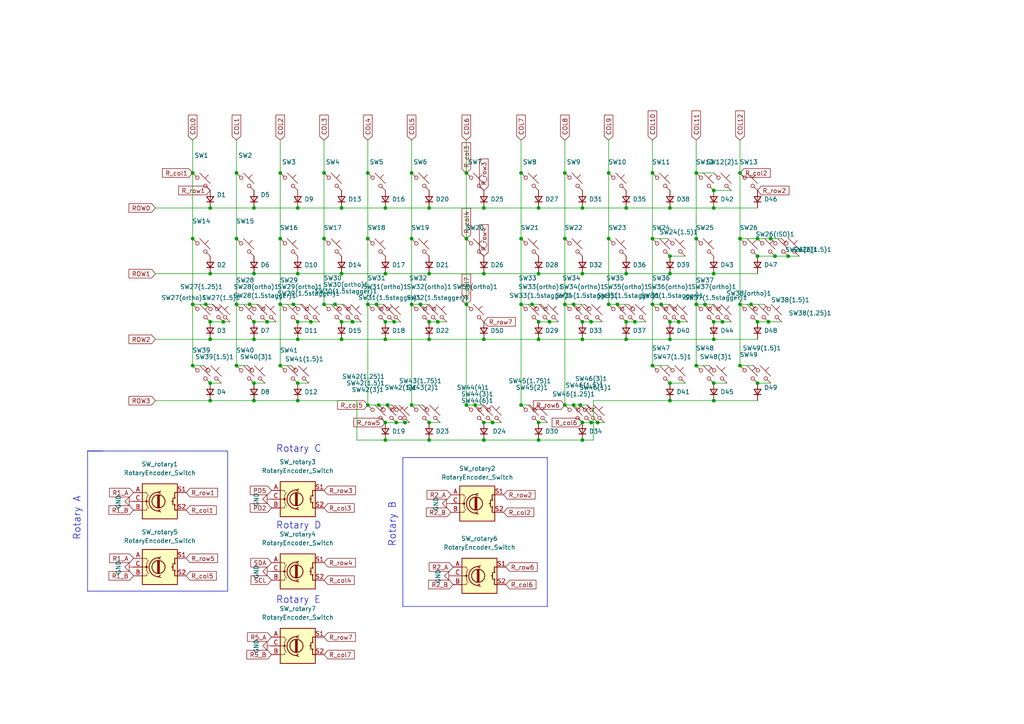
<source format=kicad_sch>
(kicad_sch (version 20230121) (generator eeschema)
  (paper "A4")
  (junction (at 59.69 88.265))
  (junction (at 111.76 60.325))
  (junction (at 156.21 60.325))
  (junction (at 214.63 106.045))
  (junction (at 223.52 69.215))
  (junction (at 219.71 74.295))
  (junction (at 168.91 127.635))
  (junction (at 201.93 50.165))
  (junction (at 121.92 88.265))
  (junction (at 194.31 98.425))
  (junction (at 214.63 88.265))
  (junction (at 86.36 60.325))
  (junction (at 119.38 50.165))
  (junction (at 219.71 93.345))
  (junction (at 111.76 98.425))
  (junction (at 106.68 88.265))
  (junction (at 194.31 116.205))
  (junction (at 181.61 60.325))
  (junction (at 207.01 116.205))
  (junction (at 68.58 88.265))
  (junction (at 99.06 93.345))
  (junction (at 214.63 50.165))
  (junction (at 166.37 117.475))
  (junction (at 207.01 60.325))
  (junction (at 73.66 93.345))
  (junction (at 189.23 106.045))
  (junction (at 194.31 93.345))
  (junction (at 181.61 93.345))
  (junction (at 140.335 98.425))
  (junction (at 81.28 50.165))
  (junction (at 163.83 117.475))
  (junction (at 156.21 98.425))
  (junction (at 86.36 111.125))
  (junction (at 176.53 69.215))
  (junction (at 154.305 88.265))
  (junction (at 60.96 98.425))
  (junction (at 124.46 122.555))
  (junction (at 124.46 93.345))
  (junction (at 156.21 127.635))
  (junction (at 73.66 116.205))
  (junction (at 119.38 117.475))
  (junction (at 194.31 111.125))
  (junction (at 156.21 122.555))
  (junction (at 135.255 50.165))
  (junction (at 181.61 79.375))
  (junction (at 64.77 93.345))
  (junction (at 99.06 60.325))
  (junction (at 184.15 93.345))
  (junction (at 151.13 50.165))
  (junction (at 168.91 60.325))
  (junction (at 93.98 69.215))
  (junction (at 73.66 79.375))
  (junction (at 171.45 122.555))
  (junction (at 173.355 122.555))
  (junction (at 217.805 88.265))
  (junction (at 55.88 50.165))
  (junction (at 181.61 98.425))
  (junction (at 112.395 117.475))
  (junction (at 81.28 69.215))
  (junction (at 68.58 69.215))
  (junction (at 163.83 69.215))
  (junction (at 207.01 93.345))
  (junction (at 171.45 93.345))
  (junction (at 207.01 111.125))
  (junction (at 114.3 93.345))
  (junction (at 135.255 69.215))
  (junction (at 93.98 50.165))
  (junction (at 214.63 69.215))
  (junction (at 55.88 69.215))
  (junction (at 222.885 93.345))
  (junction (at 151.13 69.215))
  (junction (at 168.275 117.475))
  (junction (at 140.335 122.555))
  (junction (at 68.58 106.045))
  (junction (at 176.53 88.265))
  (junction (at 73.66 111.125))
  (junction (at 168.91 93.345))
  (junction (at 124.46 127.635))
  (junction (at 166.37 88.265))
  (junction (at 196.85 93.345))
  (junction (at 207.01 55.245))
  (junction (at 159.385 93.345))
  (junction (at 97.155 88.265))
  (junction (at 124.46 60.325))
  (junction (at 81.28 106.045))
  (junction (at 60.96 111.125))
  (junction (at 111.76 93.345))
  (junction (at 73.66 98.425))
  (junction (at 168.91 79.375))
  (junction (at 86.36 79.375))
  (junction (at 140.335 127.635))
  (junction (at 151.13 88.265))
  (junction (at 189.23 50.165))
  (junction (at 124.46 79.375))
  (junction (at 99.06 98.425))
  (junction (at 90.17 93.345))
  (junction (at 194.31 79.375))
  (junction (at 114.935 122.555))
  (junction (at 109.855 117.475))
  (junction (at 142.875 122.555))
  (junction (at 102.235 93.345))
  (junction (at 86.36 116.205))
  (junction (at 73.66 60.325))
  (junction (at 72.39 88.265))
  (junction (at 140.335 79.375))
  (junction (at 99.06 79.375))
  (junction (at 194.31 74.295))
  (junction (at 111.76 127.635))
  (junction (at 55.88 106.045))
  (junction (at 156.21 79.375))
  (junction (at 219.71 111.125))
  (junction (at 111.76 122.555))
  (junction (at 117.475 122.555))
  (junction (at 201.93 88.265))
  (junction (at 106.68 117.475))
  (junction (at 163.83 88.265))
  (junction (at 207.01 98.425))
  (junction (at 201.93 106.045))
  (junction (at 119.38 69.215))
  (junction (at 219.71 69.215))
  (junction (at 189.23 88.265))
  (junction (at 228.6 74.295))
  (junction (at 86.36 93.345))
  (junction (at 119.38 88.265))
  (junction (at 179.07 88.265))
  (junction (at 106.68 50.165))
  (junction (at 194.31 60.325))
  (junction (at 60.96 93.345))
  (junction (at 124.46 98.425))
  (junction (at 209.55 93.345))
  (junction (at 55.88 88.265))
  (junction (at 140.335 60.325))
  (junction (at 68.58 50.165))
  (junction (at 189.23 69.215))
  (junction (at 60.96 79.375))
  (junction (at 137.795 117.475))
  (junction (at 204.47 88.265))
  (junction (at 168.91 122.555))
  (junction (at 224.79 74.295))
  (junction (at 135.255 88.265))
  (junction (at 93.98 88.265))
  (junction (at 163.83 50.165))
  (junction (at 168.91 98.425))
  (junction (at 106.68 69.215))
  (junction (at 191.77 88.265))
  (junction (at 60.96 116.205))
  (junction (at 77.47 93.345))
  (junction (at 85.09 88.265))
  (junction (at 201.93 69.215))
  (junction (at 81.28 88.265))
  (junction (at 151.13 117.475))
  (junction (at 135.255 117.475))
  (junction (at 111.76 79.375))
  (junction (at 176.53 50.165))
  (junction (at 156.21 93.345))
  (junction (at 127 93.345))
  (junction (at 60.96 60.325))
  (junction (at 207.01 79.375))
  (junction (at 109.22 88.265))
  (junction (at 86.36 98.425))
  (wire (pts (xy 181.61 60.325) (xy 194.31 60.325)))
  (wire (pts (xy 214.63 69.215) (xy 214.63 50.165)))
  (wire (pts (xy 194.31 79.375) (xy 181.61 79.375)))
  (wire (pts (xy 72.39 88.265) (xy 74.93 88.265)))
  (wire (pts (xy 68.58 69.215) (xy 68.58 88.265)))
  (wire (pts (xy 73.66 98.425) (xy 60.96 98.425)))
  (wire (pts (xy 196.85 93.345) (xy 194.31 93.345)))
  (polyline (pts (xy 158.75 175.895) (xy 158.75 132.715)))
  (wire (pts (xy 168.275 117.475) (xy 166.37 117.475)))
  (wire (pts (xy 156.845 88.265) (xy 154.305 88.265)))
  (wire (pts (xy 81.28 69.215) (xy 81.28 88.265)))
  (wire (pts (xy 193.675 106.045) (xy 189.23 106.045)))
  (wire (pts (xy 187.325 93.345) (xy 184.15 93.345)))
  (wire (pts (xy 111.125 88.265) (xy 109.22 88.265)))
  (wire (pts (xy 166.37 117.475) (xy 163.83 117.475)))
  (wire (pts (xy 184.15 93.345) (xy 181.61 93.345)))
  (wire (pts (xy 214.63 50.165) (xy 214.63 40.64)))
  (wire (pts (xy 99.695 88.265) (xy 97.155 88.265)))
  (wire (pts (xy 116.205 93.345) (xy 114.3 93.345)))
  (wire (pts (xy 163.83 88.265) (xy 163.83 69.215)))
  (wire (pts (xy 151.13 88.265) (xy 151.13 69.215)))
  (wire (pts (xy 77.47 93.345) (xy 73.66 93.345)))
  (wire (pts (xy 166.37 88.265) (xy 163.83 88.265)))
  (wire (pts (xy 207.01 79.375) (xy 194.31 79.375)))
  (wire (pts (xy 124.46 127.635) (xy 140.335 127.635)))
  (wire (pts (xy 176.53 88.265) (xy 176.53 69.215)))
  (wire (pts (xy 71.755 106.045) (xy 68.58 106.045)))
  (wire (pts (xy 68.58 40.64) (xy 68.58 50.165)))
  (wire (pts (xy 137.795 117.475) (xy 135.255 117.475)))
  (wire (pts (xy 201.93 88.265) (xy 201.93 69.215)))
  (wire (pts (xy 169.545 88.265) (xy 166.37 88.265)))
  (wire (pts (xy 168.91 60.325) (xy 181.61 60.325)))
  (wire (pts (xy 173.355 122.555) (xy 175.26 122.555)))
  (wire (pts (xy 207.01 60.325) (xy 219.71 60.325)))
  (wire (pts (xy 59.055 106.045) (xy 55.88 106.045)))
  (wire (pts (xy 207.01 116.205) (xy 219.71 116.205)))
  (polyline (pts (xy 25.4 171.45) (xy 25.4 130.81)))
  (wire (pts (xy 73.66 116.205) (xy 86.36 116.205)))
  (wire (pts (xy 140.335 117.475) (xy 137.795 117.475)))
  (wire (pts (xy 228.6 74.295) (xy 231.775 74.295)))
  (wire (pts (xy 106.68 50.165) (xy 106.68 40.64)))
  (wire (pts (xy 112.395 117.475) (xy 113.665 117.475)))
  (wire (pts (xy 111.76 127.635) (xy 124.46 127.635)))
  (wire (pts (xy 209.55 93.345) (xy 207.01 93.345)))
  (wire (pts (xy 61.595 88.265) (xy 59.69 88.265)))
  (wire (pts (xy 228.6 74.295) (xy 224.79 74.295)))
  (wire (pts (xy 207.01 88.265) (xy 204.47 88.265)))
  (wire (pts (xy 109.855 117.475) (xy 106.68 117.475)))
  (wire (pts (xy 106.68 88.265) (xy 106.68 69.215)))
  (wire (pts (xy 168.91 98.425) (xy 156.21 98.425)))
  (wire (pts (xy 89.535 111.125) (xy 86.36 111.125)))
  (wire (pts (xy 140.335 98.425) (xy 124.46 98.425)))
  (wire (pts (xy 194.31 98.425) (xy 181.61 98.425)))
  (wire (pts (xy 117.475 122.555) (xy 114.935 122.555)))
  (wire (pts (xy 198.755 74.295) (xy 194.31 74.295)))
  (wire (pts (xy 151.13 117.475) (xy 151.13 88.265)))
  (wire (pts (xy 204.47 88.265) (xy 201.93 88.265)))
  (wire (pts (xy 93.98 50.165) (xy 93.98 40.64)))
  (wire (pts (xy 156.21 127.635) (xy 168.91 127.635)))
  (polyline (pts (xy 158.75 132.715) (xy 116.84 132.715)))
  (wire (pts (xy 66.675 93.345) (xy 64.77 93.345)))
  (wire (pts (xy 90.17 93.345) (xy 86.36 93.345)))
  (wire (pts (xy 127.635 122.555) (xy 124.46 122.555)))
  (wire (pts (xy 114.3 93.345) (xy 111.76 93.345)))
  (wire (pts (xy 84.455 106.045) (xy 81.28 106.045)))
  (wire (pts (xy 163.83 50.165) (xy 163.83 40.64)))
  (wire (pts (xy 214.63 106.045) (xy 218.44 106.045)))
  (wire (pts (xy 102.235 93.345) (xy 99.06 93.345)))
  (wire (pts (xy 222.885 93.345) (xy 219.71 93.345)))
  (wire (pts (xy 135.255 50.165) (xy 135.255 69.215)))
  (wire (pts (xy 111.76 98.425) (xy 99.06 98.425)))
  (wire (pts (xy 59.69 88.265) (xy 55.88 88.265)))
  (wire (pts (xy 99.06 98.425) (xy 86.36 98.425)))
  (wire (pts (xy 135.255 69.215) (xy 135.255 88.265)))
  (wire (pts (xy 86.36 116.205) (xy 103.505 116.205)))
  (wire (pts (xy 45.085 60.325) (xy 60.96 60.325)))
  (wire (pts (xy 86.36 60.325) (xy 99.06 60.325)))
  (wire (pts (xy 135.255 40.64) (xy 135.255 50.165)))
  (wire (pts (xy 189.23 106.045) (xy 189.23 88.265)))
  (wire (pts (xy 194.31 60.325) (xy 207.01 60.325)))
  (wire (pts (xy 158.75 122.555) (xy 156.21 122.555)))
  (wire (pts (xy 106.68 117.475) (xy 106.68 88.265)))
  (wire (pts (xy 119.38 50.165) (xy 119.38 69.215)))
  (wire (pts (xy 103.505 127.635) (xy 111.76 127.635)))
  (wire (pts (xy 60.96 79.375) (xy 45.085 79.375)))
  (wire (pts (xy 226.695 93.345) (xy 222.885 93.345)))
  (wire (pts (xy 223.52 69.215) (xy 226.695 69.215)))
  (wire (pts (xy 64.135 111.125) (xy 60.96 111.125)))
  (wire (pts (xy 140.335 60.325) (xy 156.21 60.325)))
  (wire (pts (xy 64.77 93.345) (xy 60.96 93.345)))
  (wire (pts (xy 93.98 88.265) (xy 93.98 69.215)))
  (polyline (pts (xy 25.4 130.81) (xy 66.04 130.81)))
  (wire (pts (xy 151.13 69.215) (xy 151.13 50.165)))
  (wire (pts (xy 223.52 111.125) (xy 219.71 111.125)))
  (wire (pts (xy 189.23 50.165) (xy 189.23 40.64)))
  (wire (pts (xy 122.555 117.475) (xy 119.38 117.475)))
  (wire (pts (xy 55.88 88.265) (xy 55.88 106.045)))
  (wire (pts (xy 111.76 60.325) (xy 124.46 60.325)))
  (wire (pts (xy 207.01 50.165) (xy 201.93 50.165)))
  (wire (pts (xy 111.76 79.375) (xy 99.06 79.375)))
  (wire (pts (xy 181.61 98.425) (xy 168.91 98.425)))
  (wire (pts (xy 77.47 93.345) (xy 80.01 93.345)))
  (wire (pts (xy 97.155 88.265) (xy 93.98 88.265)))
  (wire (pts (xy 114.935 122.555) (xy 111.76 122.555)))
  (wire (pts (xy 86.36 98.425) (xy 73.66 98.425)))
  (wire (pts (xy 145.415 122.555) (xy 142.875 122.555)))
  (wire (pts (xy 124.46 60.325) (xy 140.335 60.325)))
  (wire (pts (xy 189.23 88.265) (xy 189.23 69.215)))
  (polyline (pts (xy 66.04 171.45) (xy 25.4 171.45)))
  (wire (pts (xy 117.475 122.555) (xy 118.745 122.555)))
  (wire (pts (xy 176.53 50.165) (xy 176.53 40.64)))
  (wire (pts (xy 223.52 69.215) (xy 219.71 69.215)))
  (wire (pts (xy 129.54 93.345) (xy 127 93.345)))
  (wire (pts (xy 199.39 93.345) (xy 196.85 93.345)))
  (wire (pts (xy 81.28 40.64) (xy 81.28 50.165)))
  (wire (pts (xy 154.305 88.265) (xy 151.13 88.265)))
  (wire (pts (xy 179.07 88.265) (xy 176.53 88.265)))
  (wire (pts (xy 60.96 60.325) (xy 73.66 60.325)))
  (wire (pts (xy 194.31 88.265) (xy 191.77 88.265)))
  (wire (pts (xy 92.71 93.345) (xy 90.17 93.345)))
  (wire (pts (xy 99.06 60.325) (xy 111.76 60.325)))
  (wire (pts (xy 194.31 116.205) (xy 172.085 116.205)))
  (wire (pts (xy 176.53 69.215) (xy 176.53 50.165)))
  (wire (pts (xy 219.71 69.215) (xy 214.63 69.215)))
  (wire (pts (xy 124.46 98.425) (xy 111.76 98.425)))
  (wire (pts (xy 60.96 116.205) (xy 73.66 116.205)))
  (polyline (pts (xy 116.84 175.895) (xy 158.75 175.895)))
  (wire (pts (xy 212.09 55.245) (xy 207.01 55.245)))
  (wire (pts (xy 168.91 79.375) (xy 156.21 79.375)))
  (wire (pts (xy 193.675 69.215) (xy 189.23 69.215)))
  (wire (pts (xy 201.93 50.165) (xy 201.93 40.64)))
  (wire (pts (xy 45.085 116.205) (xy 60.96 116.205)))
  (wire (pts (xy 87.63 88.265) (xy 85.09 88.265)))
  (wire (pts (xy 127 93.345) (xy 124.46 93.345)))
  (wire (pts (xy 161.925 93.345) (xy 159.385 93.345)))
  (wire (pts (xy 153.67 117.475) (xy 151.13 117.475)))
  (wire (pts (xy 140.335 79.375) (xy 124.46 79.375)))
  (wire (pts (xy 151.13 50.165) (xy 151.13 40.64)))
  (wire (pts (xy 172.085 116.205) (xy 172.085 127.635)))
  (wire (pts (xy 156.21 60.325) (xy 168.91 60.325)))
  (wire (pts (xy 109.22 88.265) (xy 106.68 88.265)))
  (wire (pts (xy 121.92 88.265) (xy 119.38 88.265)))
  (wire (pts (xy 140.335 79.375) (xy 156.21 79.375)))
  (polyline (pts (xy 25.4 130.81) (xy 29.845 130.81)))
  (wire (pts (xy 174.625 93.345) (xy 171.45 93.345)))
  (wire (pts (xy 72.39 88.265) (xy 68.58 88.265)))
  (wire (pts (xy 85.09 88.265) (xy 81.28 88.265)))
  (wire (pts (xy 68.58 88.265) (xy 68.58 106.045)))
  (wire (pts (xy 198.755 111.125) (xy 194.31 111.125)))
  (wire (pts (xy 60.96 98.425) (xy 45.085 98.425)))
  (wire (pts (xy 124.46 79.375) (xy 111.76 79.375)))
  (wire (pts (xy 81.28 50.165) (xy 81.28 69.215)))
  (wire (pts (xy 168.275 117.475) (xy 170.18 117.475)))
  (wire (pts (xy 163.83 88.265) (xy 163.83 117.475)))
  (wire (pts (xy 73.66 60.325) (xy 86.36 60.325)))
  (wire (pts (xy 181.61 79.375) (xy 168.91 79.375)))
  (wire (pts (xy 171.45 122.555) (xy 173.355 122.555)))
  (wire (pts (xy 201.93 106.045) (xy 201.93 88.265)))
  (wire (pts (xy 191.77 88.265) (xy 189.23 88.265)))
  (wire (pts (xy 119.38 69.215) (xy 119.38 88.265)))
  (wire (pts (xy 201.93 69.215) (xy 201.93 50.165)))
  (wire (pts (xy 172.085 127.635) (xy 168.91 127.635)))
  (wire (pts (xy 55.88 69.215) (xy 55.88 88.265)))
  (wire (pts (xy 210.82 111.125) (xy 207.01 111.125)))
  (wire (pts (xy 217.805 88.265) (xy 214.63 88.265)))
  (wire (pts (xy 106.68 69.215) (xy 106.68 50.165)))
  (wire (pts (xy 68.58 50.165) (xy 68.58 69.215)))
  (wire (pts (xy 219.71 79.375) (xy 207.01 79.375)))
  (wire (pts (xy 112.395 117.475) (xy 109.855 117.475)))
  (wire (pts (xy 194.31 116.205) (xy 207.01 116.205)))
  (wire (pts (xy 182.245 88.265) (xy 179.07 88.265)))
  (wire (pts (xy 159.385 93.345) (xy 156.21 93.345)))
  (wire (pts (xy 171.45 93.345) (xy 168.91 93.345)))
  (wire (pts (xy 142.875 122.555) (xy 140.335 122.555)))
  (wire (pts (xy 224.79 74.295) (xy 219.71 74.295)))
  (wire (pts (xy 212.09 93.345) (xy 209.55 93.345)))
  (polyline (pts (xy 66.04 130.81) (xy 66.04 171.45)))
  (wire (pts (xy 135.255 88.265) (xy 135.255 117.475)))
  (wire (pts (xy 73.66 79.375) (xy 60.96 79.375)))
  (wire (pts (xy 99.06 79.375) (xy 86.36 79.375)))
  (wire (pts (xy 103.505 116.205) (xy 103.505 127.635)))
  (wire (pts (xy 207.01 98.425) (xy 194.31 98.425)))
  (polyline (pts (xy 116.84 132.715) (xy 116.84 175.895)))
  (wire (pts (xy 214.63 88.265) (xy 214.63 69.215)))
  (wire (pts (xy 76.835 111.125) (xy 73.66 111.125)))
  (wire (pts (xy 140.335 98.425) (xy 156.21 98.425)))
  (wire (pts (xy 93.98 69.215) (xy 93.98 50.165)))
  (wire (pts (xy 214.63 106.045) (xy 214.63 88.265)))
  (wire (pts (xy 81.28 88.265) (xy 81.28 106.045)))
  (wire (pts (xy 86.36 79.375) (xy 73.66 79.375)))
  (wire (pts (xy 104.775 93.345) (xy 102.235 93.345)))
  (wire (pts (xy 221.615 88.265) (xy 217.805 88.265)))
  (wire (pts (xy 163.83 69.215) (xy 163.83 50.165)))
  (wire (pts (xy 124.46 88.265) (xy 121.92 88.265)))
  (wire (pts (xy 219.71 98.425) (xy 207.01 98.425)))
  (wire (pts (xy 171.45 122.555) (xy 168.91 122.555)))
  (wire (pts (xy 189.23 69.215) (xy 189.23 50.165)))
  (wire (pts (xy 55.88 40.64) (xy 55.88 50.165)))
  (wire (pts (xy 119.38 88.265) (xy 119.38 117.475)))
  (wire (pts (xy 55.88 50.165) (xy 55.88 69.215)))
  (wire (pts (xy 140.335 127.635) (xy 156.21 127.635)))
  (wire (pts (xy 205.74 106.045) (xy 201.93 106.045)))
  (wire (pts (xy 119.38 40.64) (xy 119.38 50.165)))
  (text "Rotary C" (at 80.01 131.445 0) (effects (font (size 2 2)) (justify left bottom)))
  (text "Rotary B" (at 114.935 158.75 90) (effects (font (size 2 2)) (justify left bottom)))
  (text "Rotary A" (at 23.495 156.845 90) (effects (font (size 2 2)) (justify left bottom)))
  (text "Rotary E" (at 80.01 175.26 0) (effects (font (size 2 2)) (justify left bottom)))
  (text "Rotary D" (at 80.01 153.67 0) (effects (font (size 2 2)) (justify left bottom)))
  (global_label "COL12" (shape input) (at 214.63 40.64 90) (property "Intersheetrefs" "${INTERSHEET_REFS}" (effects hide)))
  (global_label "R2_A" (shape input) (at 130.81 143.51 180) (property "Intersheetrefs" "${INTERSHEET_REFS}" (effects hide)))
  (global_label "R_col6" (shape input) (at 146.685 169.545 0) (property "Intersheetrefs" "${INTERSHEET_REFS}" (effects hide)))
  (global_label "COL10" (shape input) (at 189.23 40.64 90) (property "Intersheetrefs" "${INTERSHEET_REFS}" (effects hide)))
  (global_label "R_row1" (shape input) (at 60.96 55.245 180) (property "Intersheetrefs" "${INTERSHEET_REFS}" (effects hide)))
  (global_label "R_col3" (shape input) (at 93.98 147.32 0) (property "Intersheetrefs" "${INTERSHEET_REFS}" (effects hide)))
  (global_label "R_col4" (shape input) (at 135.255 69.215 90) (property "Intersheetrefs" "${INTERSHEET_REFS}" (effects hide)))
  (global_label "COL4" (shape input) (at 106.68 40.64 90) (property "Intersheetrefs" "${INTERSHEET_REFS}" (effects hide)))
  (global_label "SDA" (shape input) (at 78.74 163.195 180) (property "Intersheetrefs" "${INTERSHEET_REFS}" (effects hide)))
  (global_label "R_col4" (shape input) (at 93.98 168.275 0) (property "Intersheetrefs" "${INTERSHEET_REFS}" (effects hide)))
  (global_label "COL2" (shape input) (at 81.28 40.64 90) (property "Intersheetrefs" "${INTERSHEET_REFS}" (effects hide)))
  (global_label "COL8" (shape input) (at 163.83 40.64 90) (property "Intersheetrefs" "${INTERSHEET_REFS}" (effects hide)))
  (global_label "R_row3" (shape input) (at 93.98 142.24 0) (property "Intersheetrefs" "${INTERSHEET_REFS}" (effects hide)))
  (global_label "COL9" (shape input) (at 176.53 40.64 90) (property "Intersheetrefs" "${INTERSHEET_REFS}" (effects hide)))
  (global_label "COL7" (shape input) (at 151.13 40.64 90) (property "Intersheetrefs" "${INTERSHEET_REFS}" (effects hide)))
  (global_label "R_col2" (shape input) (at 214.63 50.165 0) (property "Intersheetrefs" "${INTERSHEET_REFS}" (effects hide)))
  (global_label "R_col7" (shape input) (at 135.255 88.265 90) (property "Intersheetrefs" "${INTERSHEET_REFS}" (effects hide)))
  (global_label "PD2" (shape input) (at 78.74 147.32 180) (property "Intersheetrefs" "${INTERSHEET_REFS}" (effects hide)))
  (global_label "COL5" (shape input) (at 119.38 40.64 90) (property "Intersheetrefs" "${INTERSHEET_REFS}" (effects hide)))
  (global_label "COL11" (shape input) (at 201.93 40.64 90) (property "Intersheetrefs" "${INTERSHEET_REFS}" (effects hide)))
  (global_label "R_row5" (shape input) (at 111.76 122.555 180) (property "Intersheetrefs" "${INTERSHEET_REFS}" (effects hide)))
  (global_label "R_row4" (shape input) (at 93.98 163.195 0) (property "Intersheetrefs" "${INTERSHEET_REFS}" (effects hide)))
  (global_label "COL1" (shape input) (at 68.58 40.64 90) (property "Intersheetrefs" "${INTERSHEET_REFS}" (effects hide)))
  (global_label "R_row7" (shape input) (at 93.98 184.785 0) (property "Intersheetrefs" "${INTERSHEET_REFS}" (effects hide)))
  (global_label "R_row3" (shape input) (at 140.335 55.245 90) (property "Intersheetrefs" "${INTERSHEET_REFS}" (effects hide)))
  (global_label "R_col7" (shape input) (at 93.98 189.865 0) (property "Intersheetrefs" "${INTERSHEET_REFS}" (effects hide)))
  (global_label "R5_B" (shape input) (at 78.74 189.865 180) (property "Intersheetrefs" "${INTERSHEET_REFS}" (effects hide)))
  (global_label "ROW2" (shape input) (at 45.085 98.425 180) (property "Intersheetrefs" "${INTERSHEET_REFS}" (effects hide)))
  (global_label "R2_B" (shape input) (at 130.81 148.59 180) (property "Intersheetrefs" "${INTERSHEET_REFS}" (effects hide)))
  (global_label "R_col1" (shape input) (at 53.975 147.955 0) (property "Intersheetrefs" "${INTERSHEET_REFS}" (effects hide)))
  (global_label "COL0" (shape input) (at 55.88 40.64 90) (property "Intersheetrefs" "${INTERSHEET_REFS}" (effects hide)))
  (global_label "R_row4" (shape input) (at 140.335 74.295 90) (property "Intersheetrefs" "${INTERSHEET_REFS}" (effects hide)))
  (global_label "COL3" (shape input) (at 93.98 40.64 90) (property "Intersheetrefs" "${INTERSHEET_REFS}" (effects hide)))
  (global_label "R_col1" (shape input) (at 55.88 50.165 180) (property "Intersheetrefs" "${INTERSHEET_REFS}" (effects hide)))
  (global_label "COL6" (shape input) (at 135.255 40.64 90) (property "Intersheetrefs" "${INTERSHEET_REFS}" (effects hide)))
  (global_label "R_row1" (shape input) (at 53.975 142.875 0) (property "Intersheetrefs" "${INTERSHEET_REFS}" (effects hide)))
  (global_label "R_row6" (shape input) (at 163.83 117.475 180) (property "Intersheetrefs" "${INTERSHEET_REFS}" (effects hide)))
  (global_label "R1_A" (shape input) (at 38.735 142.875 180) (property "Intersheetrefs" "${INTERSHEET_REFS}" (effects hide)))
  (global_label "R_row6" (shape input) (at 146.685 164.465 0) (property "Intersheetrefs" "${INTERSHEET_REFS}" (effects hide)))
  (global_label "ROW0" (shape input) (at 45.085 60.325 180) (property "Intersheetrefs" "${INTERSHEET_REFS}" (effects hide)))
  (global_label "R_col5" (shape input) (at 106.68 117.475 180) (property "Intersheetrefs" "${INTERSHEET_REFS}" (effects hide)))
  (global_label "R1_B" (shape input) (at 38.735 147.955 180) (property "Intersheetrefs" "${INTERSHEET_REFS}" (effects hide)))
  (global_label "R_col3" (shape input) (at 135.255 50.165 90) (property "Intersheetrefs" "${INTERSHEET_REFS}" (effects hide)))
  (global_label "R1_B" (shape input) (at 38.735 167.005 180) (property "Intersheetrefs" "${INTERSHEET_REFS}" (effects hide)))
  (global_label "ROW3" (shape input) (at 45.085 116.205 180) (property "Intersheetrefs" "${INTERSHEET_REFS}" (effects hide)))
  (global_label "ROW1" (shape input) (at 45.085 79.375 180) (property "Intersheetrefs" "${INTERSHEET_REFS}" (effects hide)))
  (global_label "R2_A" (shape input) (at 131.445 164.465 180) (property "Intersheetrefs" "${INTERSHEET_REFS}" (effects hide)))
  (global_label "R5_A" (shape input) (at 78.74 184.785 180) (property "Intersheetrefs" "${INTERSHEET_REFS}" (effects hide)))
  (global_label "PD5" (shape input) (at 78.74 142.24 180) (property "Intersheetrefs" "${INTERSHEET_REFS}" (effects hide)))
  (global_label "R_row5" (shape input) (at 53.975 161.925 0) (property "Intersheetrefs" "${INTERSHEET_REFS}" (effects hide)))
  (global_label "R1_A" (shape input) (at 38.735 161.925 180) (property "Intersheetrefs" "${INTERSHEET_REFS}" (effects hide)))
  (global_label "R2_B" (shape input) (at 131.445 169.545 180) (property "Intersheetrefs" "${INTERSHEET_REFS}" (effects hide)))
  (global_label "R_row2" (shape input) (at 219.71 55.245 0) (property "Intersheetrefs" "${INTERSHEET_REFS}" (effects hide)))
  (global_label "R_row7" (shape input) (at 140.335 93.345 0) (property "Intersheetrefs" "${INTERSHEET_REFS}" (effects hide)))
  (global_label "SCL" (shape input) (at 78.74 168.275 180) (property "Intersheetrefs" "${INTERSHEET_REFS}" (effects hide)))
  (global_label "R_col6" (shape input) (at 168.91 122.555 180) (property "Intersheetrefs" "${INTERSHEET_REFS}" (effects hide)))
  (global_label "R_row2" (shape input) (at 146.05 143.51 0) (property "Intersheetrefs" "${INTERSHEET_REFS}" (effects hide)))
  (global_label "R_col5" (shape input) (at 53.975 167.005 0) (property "Intersheetrefs" "${INTERSHEET_REFS}" (effects hide)))
  (global_label "R_col2" (shape input) (at 146.05 148.59 0) (property "Intersheetrefs" "${INTERSHEET_REFS}" (effects hide)))
  (symbol (lib_id "Device:D_Small") (at 156.21 95.885 90) (unit 1)
    (property "Reference" "D29" (at 158.115 95.8849 90) (effects (justify right)))
    (property "Value" "D_Small" (effects hide))
    (property "Footprint" "Diode_SMD:D_SOD-123F" (effects hide))
  )
  (symbol (lib_id "Device:D_Small") (at 181.61 57.785 90) (unit 1)
    (property "Reference" "D35" (at 183.515 57.7849 90) (effects (justify right)))
    (property "Value" "D_Small" (effects hide))
    (property "Footprint" "Diode_SMD:D_SOD-123F" (effects hide))
  )
  (symbol (lib_id "Switch:SW_Push_45deg") (at 179.07 71.755 0) (unit 1)
    (property "Reference" "SW23" (at 179.07 66.04 0))
    (property "Value" "SW_Push_45deg" (effects hide))
    (property "Footprint" "MX_Only:MXOnly-1U-NoLED" (effects hide))
  )
  (symbol (lib_name "SW_Push_45deg_1") (lib_id "Switch:SW_Push_45deg") (at 196.215 108.585 0) (unit 1)
    (property "Reference" "SW47(1.5)1" (at 194.945 103.505 0))
    (property "Value" "SW_Push_45deg" (effects hide))
    (property "Footprint" "MX_Only:MXOnly-1.5U-NoLED" (effects hide))
  )
  (symbol (lib_id "Switch:SW_Push_45deg") (at 196.215 71.755 0) (unit 1)
    (property "Reference" "SW24(1.5)1" (at 196.85 67.31 0))
    (property "Value" "SW_Push_45deg" (effects hide))
    (property "Footprint" "MX_Only:MXOnly-1.5U-NoLED" (effects hide))
  )
  (symbol (lib_id "Switch:SW_Push_45deg") (at 125.095 120.015 0) (unit 1)
    (property "Reference" "SW43(2)1" (at 122.555 112.395 0))
    (property "Value" "SW_Push_45deg" (effects hide))
    (property "Footprint" "MX_Only:MXOnly-2U-ReversedStabilizers-NoLED" (effects hide))
  )
  (symbol (lib_id "Switch:SW_Push_45deg") (at 109.22 90.805 0) (unit 1)
    (property "Reference" "SW31" (at 109.22 80.645 0))
    (property "Value" "SW_Push_45deg" (effects hide))
    (property "Footprint" "MX_Only:MXOnly-1U-NoLED" (effects hide))
  )
  (symbol (lib_id "Switch:SW_Push_45deg") (at 217.17 108.585 0) (unit 1)
    (property "Reference" "SW49" (at 217.17 102.87 0))
    (property "Value" "SW_Push_45deg" (effects hide))
    (property "Footprint" "MX_Only:MXOnly-1U-NoLED" (effects hide))
  )
  (symbol (lib_name "SW_Push_45deg_1") (lib_id "Switch:SW_Push_45deg") (at 61.595 108.585 0) (unit 1)
    (property "Reference" "SW39(1.5)1" (at 62.23 103.505 0))
    (property "Value" "SW_Push_45deg" (effects hide))
    (property "Footprint" "MX_Only:MXOnly-1.5U-NoLED" (effects hide))
  )
  (symbol (lib_id "Device:D_Small") (at 73.66 113.665 90) (unit 1)
    (property "Reference" "D8" (at 75.565 113.6649 90) (effects (justify right)))
    (property "Value" "D_Small" (effects hide))
    (property "Footprint" "Diode_SMD:D_SOD-123F" (effects hide))
  )
  (symbol (lib_id "Switch:SW_Push_45deg") (at 153.67 90.805 0) (unit 1)
    (property "Reference" "SW33" (at 153.035 80.645 0))
    (property "Value" "SW_Push_45deg" (effects hide))
    (property "Footprint" "MX_Only:MXOnly-1U-NoLED" (effects hide))
  )
  (symbol (lib_name "SW_Push_45deg_2") (lib_id "Switch:SW_Push_45deg") (at 113.665 90.805 0) (unit 1)
    (property "Reference" "SW31(1.5stagger)1" (at 113.03 86.36 0))
    (property "Value" "SW_Push_45deg" (effects hide))
    (property "Footprint" "MX_Only:MXOnly-1U-NoLED" (effects hide))
  )
  (symbol (lib_id "Device:D_Small") (at 124.46 57.785 90) (unit 1)
    (property "Reference" "D20" (at 126.365 57.7849 90) (effects (justify right)))
    (property "Value" "D_Small" (effects hide))
    (property "Footprint" "Diode_SMD:D_SOD-123F" (effects hide))
  )
  (symbol (lib_id "Device:D_Small") (at 194.31 76.835 90) (unit 1)
    (property "Reference" "D39" (at 196.215 76.8349 90) (effects (justify right)))
    (property "Value" "D_Small" (effects hide))
    (property "Footprint" "Diode_SMD:D_SOD-123F" (effects hide))
  )
  (symbol (lib_id "Device:D_Small") (at 181.61 95.885 90) (unit 1)
    (property "Reference" "D37" (at 183.515 95.8849 90) (effects (justify right)))
    (property "Value" "D_Small" (effects hide))
    (property "Footprint" "Diode_SMD:D_SOD-123F" (effects hide))
  )
  (symbol (lib_id "Switch:SW_Push_45deg") (at 209.55 52.705 0) (unit 1)
    (property "Reference" "SW12(2)1" (at 209.55 46.99 0))
    (property "Value" "SW_Push_45deg" (effects hide))
    (property "Footprint" "MX_Only:MXOnly-2U-NoLED" (effects hide))
  )
  (symbol (lib_id "Device:D_Small") (at 156.21 57.785 90) (unit 1)
    (property "Reference" "D27" (at 158.115 57.7849 90) (effects (justify right)))
    (property "Value" "D_Small" (effects hide))
    (property "Footprint" "Diode_SMD:D_SOD-123F" (effects hide))
  )
  (symbol (lib_id "Device:D_Small") (at 168.91 76.835 90) (unit 1)
    (property "Reference" "D32" (at 170.815 76.8349 90) (effects (justify right)))
    (property "Value" "D_Small" (effects hide))
    (property "Footprint" "Diode_SMD:D_SOD-123F" (effects hide))
  )
  (symbol (lib_id "Device:D_Small") (at 168.91 125.095 90) (unit 1)
    (property "Reference" "D34" (at 170.815 125.0949 90) (effects (justify right)))
    (property "Value" "D_Small" (effects hide))
    (property "Footprint" "Diode_SMD:D_SOD-123F" (effects hide))
  )
  (symbol (lib_id "Switch:SW_Push_45deg") (at 166.37 120.015 0) (unit 1)
    (property "Reference" "SW46(1.25)1" (at 166.37 114.3 0))
    (property "Value" "SW_Push_45deg" (effects hide))
    (property "Footprint" "MX_Only:MXOnly-1.25U-NoLED" (effects hide))
  )
  (symbol (lib_id "power:GND") (at 38.735 145.415 270) (unit 1)
    (property "Reference" "#PWR0111" (effects hide))
    (property "Value" "GND" (at 34.3408 145.542 0))
  )
  (symbol (lib_id "Device:D_Small") (at 73.66 76.835 90) (unit 1)
    (property "Reference" "D6" (at 75.565 76.8349 90) (effects (justify right)))
    (property "Value" "D_Small" (effects hide))
    (property "Footprint" "Diode_SMD:D_SOD-123F" (effects hide))
  )
  (symbol (lib_id "Switch:SW_Push_45deg") (at 121.92 52.705 0) (unit 1)
    (property "Reference" "SW6" (at 121.92 46.99 0))
    (property "Value" "SW_Push_45deg" (effects hide))
    (property "Footprint" "MX_Only:MXOnly-1U-NoLED" (effects hide))
  )
  (symbol (lib_name "SW_Push_45deg_2") (lib_id "Switch:SW_Push_45deg") (at 71.12 90.805 0) (unit 1)
    (property "Reference" "SW28" (at 71.12 81.28 0))
    (property "Value" "SW_Push_45deg" (effects hide))
    (property "Footprint" "MX_Only:MXOnly-1U-NoLED" (effects hide))
  )
  (symbol (lib_id "Switch:SW_Push_45deg") (at 83.82 108.585 0) (unit 1)
    (property "Reference" "SW41" (at 83.82 101.6 0))
    (property "Value" "SW_Push_45deg" (effects hide))
    (property "Footprint" "MX_Only:MXOnly-1U-NoLED" (effects hide))
  )
  (symbol (lib_name "SW_Push_45deg_1") (lib_id "Switch:SW_Push_45deg") (at 208.28 108.585 0) (unit 1)
    (property "Reference" "SW48(3)1" (at 207.645 103.505 0))
    (property "Value" "SW_Push_45deg" (effects hide))
    (property "Footprint" "MX_Only:MXOnly-3U-ReversedStabilizers-NoLED" (effects hide))
  )
  (symbol (lib_name "SW_Push_45deg_1") (lib_id "Switch:SW_Push_45deg") (at 62.23 90.805 0) (unit 1)
    (property "Reference" "SW27(1.25)1" (at 58.42 83.185 0))
    (property "Value" "SW_Push_45deg" (effects hide))
    (property "Footprint" "MX_Only:MXOnly-1.25U-NoLED" (effects hide))
  )
  (symbol (lib_id "Switch:SW_Push_45deg") (at 153.67 71.755 0) (unit 1)
    (property "Reference" "SW21" (at 153.67 66.04 0))
    (property "Value" "SW_Push_45deg" (effects hide))
    (property "Footprint" "MX_Only:MXOnly-1U-NoLED" (effects hide))
  )
  (symbol (lib_id "Device:RotaryEncoder_Switch") (at 86.36 187.325 0) (unit 1)
    (property "Reference" "SW_rotary7" (at 86.36 176.53 0))
    (property "Value" "RotaryEncoder_Switch" (at 86.36 179.07 0))
    (property "Footprint" "Keebio-Parts:RotaryEncoder_EC11_Nonplated" (effects hide))
  )
  (symbol (lib_id "Device:D_Small") (at 207.01 113.665 90) (unit 1)
    (property "Reference" "D45" (at 208.915 113.6649 90) (effects (justify right)))
    (property "Value" "D_Small" (effects hide))
    (property "Footprint" "Diode_SMD:D_SOD-123F" (effects hide))
  )
  (symbol (lib_id "Device:D_Small") (at 86.36 76.835 90) (unit 1)
    (property "Reference" "D10" (at 88.265 76.8349 90) (effects (justify right)))
    (property "Value" "D_Small" (effects hide))
    (property "Footprint" "Diode_SMD:D_SOD-123F" (effects hide))
  )
  (symbol (lib_name "SW_Push_45deg_1") (lib_id "Switch:SW_Push_45deg") (at 58.42 90.805 0) (unit 1)
    (property "Reference" "SW27(ortho)1" (at 53.34 86.36 0))
    (property "Value" "SW_Push_45deg" (effects hide))
    (property "Footprint" "MX_Only:MXOnly-1U-NoLED" (effects hide))
  )
  (symbol (lib_id "Switch:SW_Push_45deg") (at 137.795 52.705 0) (unit 1)
    (property "Reference" "SW7" (at 137.795 46.99 0))
    (property "Value" "SW_Push_45deg" (effects hide))
    (property "Footprint" "MX_Only:MXOnly-1U-NoLED" (effects hide))
  )
  (symbol (lib_name "SW_Push_45deg_2") (lib_id "Switch:SW_Push_45deg") (at 209.55 90.805 0) (unit 1)
    (property "Reference" "SW37(1.5stagger)1" (at 207.645 86.36 0))
    (property "Value" "SW_Push_45deg" (effects hide))
    (property "Footprint" "MX_Only:MXOnly-1U-NoLED" (effects hide))
  )
  (symbol (lib_id "Switch:SW_Push_45deg") (at 220.345 90.805 0) (unit 1)
    (property "Reference" "SW38(1.5)1" (at 229.235 86.995 0))
    (property "Value" "SW_Push_45deg" (effects hide))
    (property "Footprint" "MX_Only:MXOnly-1.5U-NoLED" (effects hide))
  )
  (symbol (lib_id "Device:D_Small") (at 99.06 76.835 90) (unit 1)
    (property "Reference" "D14" (at 100.965 76.8349 90) (effects (justify right)))
    (property "Value" "D_Small" (effects hide))
    (property "Footprint" "Diode_SMD:D_SOD-123F" (effects hide))
  )
  (symbol (lib_id "Device:D_Small") (at 60.96 57.785 90) (unit 1)
    (property "Reference" "D1" (at 62.865 56.5149 90) (effects (justify right)))
    (property "Value" "D_Small" (effects hide))
    (property "Footprint" "Diode_SMD:D_SOD-123F" (effects hide))
  )
  (symbol (lib_name "SW_Push_45deg_2") (lib_id "Switch:SW_Push_45deg") (at 71.12 71.755 0) (unit 1)
    (property "Reference" "SW15" (at 71.12 64.135 0))
    (property "Value" "SW_Push_45deg" (effects hide))
    (property "Footprint" "MX_Only:MXOnly-1U-NoLED" (effects hide))
  )
  (symbol (lib_id "Switch:SW_Push_45deg") (at 121.92 71.755 0) (unit 1)
    (property "Reference" "SW19" (at 121.92 66.04 0))
    (property "Value" "SW_Push_45deg" (effects hide))
    (property "Footprint" "MX_Only:MXOnly-1U-NoLED" (effects hide))
  )
  (symbol (lib_id "Device:D_Small") (at 111.76 76.835 90) (unit 1)
    (property "Reference" "D17" (at 113.665 76.8349 90) (effects (justify right)))
    (property "Value" "D_Small" (effects hide))
    (property "Footprint" "Diode_SMD:D_SOD-123F" (effects hide))
  )
  (symbol (lib_name "SW_Push_45deg_2") (lib_id "Switch:SW_Push_45deg") (at 127 90.805 0) (unit 1)
    (property "Reference" "SW32(1.5stagger)1" (at 127 86.36 0))
    (property "Value" "SW_Push_45deg" (effects hide))
    (property "Footprint" "MX_Only:MXOnly-1U-NoLED" (effects hide))
  )
  (symbol (lib_id "Device:D_Small") (at 124.46 125.095 90) (unit 1)
    (property "Reference" "D23" (at 126.365 125.0949 90) (effects (justify right)))
    (property "Value" "D_Small" (effects hide))
    (property "Footprint" "Diode_SMD:D_SOD-123F" (effects hide))
  )
  (symbol (lib_id "Device:D_Small") (at 86.36 95.885 90) (unit 1)
    (property "Reference" "D11" (at 88.265 95.8849 90) (effects (justify right)))
    (property "Value" "D_Small" (effects hide))
    (property "Footprint" "Diode_SMD:D_SOD-123F" (effects hide))
  )
  (symbol (lib_id "Switch:SW_Push_45deg") (at 114.935 120.015 0) (unit 1)
    (property "Reference" "SW42(3)1" (at 106.68 113.03 0))
    (property "Value" "SW_Push_45deg" (effects hide))
    (property "Footprint" "MX_Only:MXOnly-3U-ReversedStabilizers-NoLED" (effects hide))
  )
  (symbol (lib_id "Switch:SW_Push_45deg") (at 217.17 71.755 0) (unit 1)
    (property "Reference" "SW26" (at 217.17 66.04 0))
    (property "Value" "SW_Push_45deg" (effects hide))
    (property "Footprint" "MX_Only:MXOnly-1U-NoLED" (effects hide))
  )
  (symbol (lib_id "Switch:SW_Push_45deg") (at 109.22 71.755 0) (unit 1)
    (property "Reference" "SW18" (at 109.22 66.04 0))
    (property "Value" "SW_Push_45deg" (effects hide))
    (property "Footprint" "MX_Only:MXOnly-1U-NoLED" (effects hide))
  )
  (symbol (lib_id "Device:D_Small") (at 156.21 125.095 90) (unit 1)
    (property "Reference" "D30" (at 158.115 125.0949 90) (effects (justify right)))
    (property "Value" "D_Small" (effects hide))
    (property "Footprint" "Diode_SMD:D_SOD-123F" (effects hide))
  )
  (symbol (lib_id "Switch:SW_Push_45deg") (at 153.67 52.705 0) (unit 1)
    (property "Reference" "SW8" (at 153.67 46.99 0))
    (property "Value" "SW_Push_45deg" (effects hide))
    (property "Footprint" "MX_Only:MXOnly-1U-NoLED" (effects hide))
  )
  (symbol (lib_id "Switch:SW_Push_45deg") (at 83.82 90.805 0) (unit 1)
    (property "Reference" "SW29" (at 83.82 81.28 0))
    (property "Value" "SW_Push_45deg" (effects hide))
    (property "Footprint" "MX_Only:MXOnly-1U-NoLED" (effects hide))
  )
  (symbol (lib_name "SW_Push_45deg_2") (lib_id "Switch:SW_Push_45deg") (at 204.47 108.585 0) (unit 1)
    (property "Reference" "SW48" (at 204.47 100.965 0))
    (property "Value" "SW_Push_45deg" (effects hide))
    (property "Footprint" "MX_Only:MXOnly-1U-NoLED" (effects hide))
  )
  (symbol (lib_name "SW_Push_45deg_2") (lib_id "Switch:SW_Push_45deg") (at 77.47 90.805 0) (unit 1)
    (property "Reference" "SW28(1.5stagger)1" (at 76.835 85.725 0))
    (property "Value" "SW_Push_45deg" (effects hide))
    (property "Footprint" "MX_Only:MXOnly-1U-NoLED" (effects hide))
  )
  (symbol (lib_id "Device:RotaryEncoder_Switch") (at 86.36 144.78 0) (unit 1)
    (property "Reference" "SW_rotary3" (at 86.36 133.985 0))
    (property "Value" "RotaryEncoder_Switch" (at 86.36 136.525 0))
    (property "Footprint" "Keebio-Parts:RotaryEncoder_EC11_Nonplated" (effects hide))
  )
  (symbol (lib_id "Switch:SW_Push_45deg") (at 179.07 90.805 0) (unit 1)
    (property "Reference" "SW35" (at 178.435 80.645 0))
    (property "Value" "SW_Push_45deg" (effects hide))
    (property "Footprint" "MX_Only:MXOnly-1U-NoLED" (effects hide))
  )
  (symbol (lib_id "Switch:SW_Push_45deg") (at 168.91 120.015 0) (unit 1)
    (property "Reference" "SW46(1.5)1" (at 169.545 111.76 0))
    (property "Value" "SW_Push_45deg" (effects hide))
    (property "Footprint" "MX_Only:MXOnly-1.5U-NoLED" (effects hide))
  )
  (symbol (lib_id "Switch:SW_Push_45deg") (at 109.22 120.015 0) (unit 1)
    (property "Reference" "SW42(1.25)1" (at 105.41 109.22 0))
    (property "Value" "SW_Push_45deg" (effects hide))
    (property "Footprint" "MX_Only:MXOnly-1.25U-NoLED" (effects hide))
  )
  (symbol (lib_id "Switch:SW_Push_45deg") (at 109.22 52.705 0) (unit 1)
    (property "Reference" "SW5" (at 109.22 46.99 0))
    (property "Value" "SW_Push_45deg" (effects hide))
    (property "Footprint" "MX_Only:MXOnly-1U-NoLED" (effects hide))
  )
  (symbol (lib_id "power:GND") (at 131.445 167.005 270) (unit 1)
    (property "Reference" "#PWR0109" (effects hide))
    (property "Value" "GND" (at 127.0508 167.132 0))
  )
  (symbol (lib_id "Device:D_Small") (at 60.96 76.835 90) (unit 1)
    (property "Reference" "D2" (at 62.865 76.8349 90) (effects (justify right)))
    (property "Value" "D_Small" (effects hide))
    (property "Footprint" "Diode_SMD:D_SOD-123F" (effects hide))
  )
  (symbol (lib_id "Switch:SW_Push_45deg") (at 191.77 71.755 0) (unit 1)
    (property "Reference" "SW24" (at 191.77 66.04 0))
    (property "Value" "SW_Push_45deg" (effects hide))
    (property "Footprint" "MX_Only:MXOnly-1U-NoLED" (effects hide))
  )
  (symbol (lib_id "power:GND") (at 38.735 164.465 270) (unit 1)
    (property "Reference" "#PWR0108" (effects hide))
    (property "Value" "GND" (at 34.3408 164.592 0))
  )
  (symbol (lib_id "Switch:SW_Push_45deg") (at 166.37 52.705 0) (unit 1)
    (property "Reference" "SW9" (at 166.37 46.99 0))
    (property "Value" "SW_Push_45deg" (effects hide))
    (property "Footprint" "MX_Only:MXOnly-1U-NoLED" (effects hide))
  )
  (symbol (lib_id "Device:D_Small") (at 60.96 113.665 90) (unit 1)
    (property "Reference" "D4" (at 62.865 113.6649 90) (effects (justify right)))
    (property "Value" "D_Small" (effects hide))
    (property "Footprint" "Diode_SMD:D_SOD-123F" (effects hide))
  )
  (symbol (lib_id "Device:D_Small") (at 219.71 113.665 90) (unit 1)
    (property "Reference" "D49" (at 221.615 112.3949 90) (effects (justify right)))
    (property "Value" "D_Small" (effects hide))
    (property "Footprint" "Diode_SMD:D_SOD-123F" (effects hide))
  )
  (symbol (lib_name "SW_Push_45deg_1") (lib_id "Switch:SW_Push_45deg") (at 74.295 108.585 0) (unit 1)
    (property "Reference" "SW40(3)1" (at 74.295 103.505 0))
    (property "Value" "SW_Push_45deg" (effects hide))
    (property "Footprint" "MX_Only:MXOnly-3U-ReversedStabilizers-NoLED" (effects hide))
  )
  (symbol (lib_name "SW_Push_45deg_2") (lib_id "Switch:SW_Push_45deg") (at 99.695 90.805 0) (unit 1)
    (property "Reference" "SW30(ortho)1" (at 100.33 82.55 0))
    (property "Value" "SW_Push_45deg" (effects hide))
    (property "Footprint" "MX_Only:MXOnly-1U-NoLED" (effects hide))
  )
  (symbol (lib_name "SW_Push_45deg_2") (lib_id "Switch:SW_Push_45deg") (at 194.31 90.805 0) (unit 1)
    (property "Reference" "SW36(ortho)1" (at 194.31 83.185 0))
    (property "Value" "SW_Push_45deg" (effects hide))
    (property "Footprint" "MX_Only:MXOnly-1U-NoLED" (effects hide))
  )
  (symbol (lib_name "SW_Push_45deg_1") (lib_id "Switch:SW_Push_45deg") (at 116.205 120.015 0) (unit 1)
    (property "Reference" "SW42(1)1" (at 116.205 112.395 0))
    (property "Value" "SW_Push_45deg" (effects hide))
    (property "Footprint" "MX_Only:MXOnly-1U-NoLED" (effects hide))
  )
  (symbol (lib_id "Device:D_Small") (at 86.36 57.785 90) (unit 1)
    (property "Reference" "D9" (at 88.265 57.7849 90) (effects (justify right)))
    (property "Value" "D_Small" (effects hide))
    (property "Footprint" "Diode_SMD:D_SOD-123F" (effects hide))
  )
  (symbol (lib_id "Device:D_Small") (at 194.31 113.665 90) (unit 1)
    (property "Reference" "D41" (at 196.215 113.6649 90) (effects (justify right)))
    (property "Value" "D_Small" (effects hide))
    (property "Footprint" "Diode_SMD:D_SOD-123F" (effects hide))
  )
  (symbol (lib_name "SW_Push_45deg_1") (lib_id "Switch:SW_Push_45deg") (at 58.42 52.705 0) (unit 1)
    (property "Reference" "SW1" (at 58.42 45.085 0))
    (property "Value" "SW_Push_45deg" (effects hide))
    (property "Footprint" "MX_Only:MXOnly-1U-NoLED" (effects hide))
  )
  (symbol (lib_id "Switch:SW_Push_45deg") (at 170.815 120.015 0) (unit 1)
    (property "Reference" "SW46(3)1" (at 171.45 109.855 0))
    (property "Value" "SW_Push_45deg" (effects hide))
    (property "Footprint" "MX_Only:MXOnly-3U-ReversedStabilizers-NoLED" (effects hide))
  )
  (symbol (lib_id "Device:D_Small") (at 140.335 95.885 90) (unit 1)
    (property "Reference" "D50" (at 142.24 95.8849 90) (effects (justify right)))
    (property "Value" "D_Small" (effects hide))
    (property "Footprint" "Diode_SMD:D_SOD-123F" (effects hide))
  )
  (symbol (lib_id "power:GND") (at 78.74 187.325 270) (unit 1)
    (property "Reference" "#PWR0155" (effects hide))
    (property "Value" "GND" (at 74.3458 187.452 0))
  )
  (symbol (lib_id "Switch:SW_Push_45deg") (at 166.37 71.755 0) (unit 1)
    (property "Reference" "SW22" (at 166.37 66.04 0))
    (property "Value" "SW_Push_45deg" (effects hide))
    (property "Footprint" "MX_Only:MXOnly-1U-NoLED" (effects hide))
  )
  (symbol (lib_name "SW_Push_45deg_2") (lib_id "Switch:SW_Push_45deg") (at 196.85 90.805 0) (unit 1)
    (property "Reference" "SW36(1.5stagger)1" (at 194.945 85.725 0))
    (property "Value" "SW_Push_45deg" (effects hide))
    (property "Footprint" "MX_Only:MXOnly-1U-NoLED" (effects hide))
  )
  (symbol (lib_id "Device:RotaryEncoder_Switch") (at 46.355 145.415 0) (unit 1)
    (property "Reference" "SW_rotary1" (at 46.355 134.62 0))
    (property "Value" "RotaryEncoder_Switch" (at 46.355 137.16 0))
    (property "Footprint" "Keebio-Parts:RotaryEncoder_EC11_Nonplated" (effects hide))
  )
  (symbol (lib_name "SW_Push_45deg_2") (lib_id "Switch:SW_Push_45deg") (at 159.385 90.805 0) (unit 1)
    (property "Reference" "SW33(1.5stagger)1" (at 156.845 85.725 0))
    (property "Value" "SW_Push_45deg" (effects hide))
    (property "Footprint" "MX_Only:MXOnly-1U-NoLED" (effects hide))
  )
  (symbol (lib_id "Switch:SW_Push_45deg") (at 179.07 52.705 0) (unit 1)
    (property "Reference" "SW10" (at 179.07 46.99 0))
    (property "Value" "SW_Push_45deg" (effects hide))
    (property "Footprint" "MX_Only:MXOnly-1U-NoLED" (effects hide))
  )
  (symbol (lib_id "Device:D_Small") (at 86.36 113.665 90) (unit 1)
    (property "Reference" "D12" (at 88.265 113.6649 90) (effects (justify right)))
    (property "Value" "D_Small" (effects hide))
    (property "Footprint" "Diode_SMD:D_SOD-123F" (effects hide))
  )
  (symbol (lib_id "Switch:SW_Push_45deg") (at 83.82 52.705 0) (unit 1)
    (property "Reference" "SW3" (at 83.82 46.99 0))
    (property "Value" "SW_Push_45deg" (effects hide))
    (property "Footprint" "MX_Only:MXOnly-1U-NoLED" (effects hide))
  )
  (symbol (lib_name "SW_Push_45deg_2") (lib_id "Switch:SW_Push_45deg") (at 90.17 90.805 0) (unit 1)
    (property "Reference" "SW29(1.5stagger)1" (at 89.535 85.09 0))
    (property "Value" "SW_Push_45deg" (effects hide))
    (property "Footprint" "MX_Only:MXOnly-1U-NoLED" (effects hide))
  )
  (symbol (lib_id "Switch:SW_Push_45deg") (at 137.795 71.755 0) (unit 1)
    (property "Reference" "SW20" (at 137.795 66.04 0))
    (property "Value" "SW_Push_45deg" (effects hide))
    (property "Footprint" "MX_Only:MXOnly-1U-NoLED" (effects hide))
  )
  (symbol (lib_id "Switch:SW_Push_45deg") (at 96.52 52.705 0) (unit 1)
    (property "Reference" "SW4" (at 96.52 46.99 0))
    (property "Value" "SW_Push_45deg" (effects hide))
    (property "Footprint" "MX_Only:MXOnly-1U-NoLED" (effects hide))
  )
  (symbol (lib_id "Device:RotaryEncoder_Switch") (at 138.43 146.05 0) (unit 1)
    (property "Reference" "SW_rotary2" (at 138.43 135.89 0))
    (property "Value" "RotaryEncoder_Switch" (at 138.43 138.43 0))
    (property "Footprint" "Keebio-Parts:RotaryEncoder_EC11_Nonplated" (effects hide))
  )
  (symbol (lib_id "Device:D_Small") (at 124.46 95.885 90) (unit 1)
    (property "Reference" "D22" (at 126.365 95.8849 90) (effects (justify right)))
    (property "Value" "D_Small" (effects hide))
    (property "Footprint" "Diode_SMD:D_SOD-123F" (effects hide))
  )
  (symbol (lib_id "power:GND") (at 130.81 146.05 270) (unit 1)
    (property "Reference" "#PWR0110" (effects hide))
    (property "Value" "GND" (at 126.4158 146.177 0))
  )
  (symbol (lib_id "Switch:SW_Push_45deg") (at 153.67 120.015 0) (unit 1)
    (property "Reference" "SW45(1.75)1" (at 153.67 110.49 0))
    (property "Value" "SW_Push_45deg" (effects hide))
    (property "Footprint" "MX_Only:MXOnly-1.75U-NoLED" (effects hide))
  )
  (symbol (lib_id "Device:D_Small") (at 219.71 57.785 90) (unit 1)
    (property "Reference" "D46" (at 221.615 57.7849 90) (effects (justify right)))
    (property "Value" "D_Small" (effects hide))
    (property "Footprint" "Diode_SMD:D_SOD-123F" (effects hide))
  )
  (symbol (lib_id "Device:D_Small") (at 111.76 95.885 90) (unit 1)
    (property "Reference" "D18" (at 113.665 95.8849 90) (effects (justify right)))
    (property "Value" "D_Small" (effects hide))
    (property "Footprint" "Diode_SMD:D_SOD-123F" (effects hide))
  )
  (symbol (lib_id "Switch:SW_Push_45deg") (at 224.155 90.805 0) (unit 1)
    (property "Reference" "SW38(1.25)1" (at 234.95 90.805 0))
    (property "Value" "SW_Push_45deg" (effects hide))
    (property "Footprint" "MX_Only:MXOnly-1.25U-NoLED" (effects hide))
  )
  (symbol (lib_id "Device:D_Small") (at 168.91 95.885 90) (unit 1)
    (property "Reference" "D33" (at 170.815 95.8849 90) (effects (justify right)))
    (property "Value" "D_Small" (effects hide))
    (property "Footprint" "Diode_SMD:D_SOD-123F" (effects hide))
  )
  (symbol (lib_id "Switch:SW_Push_45deg") (at 217.17 90.805 0) (unit 1)
    (property "Reference" "SW38(ortho)1" (at 217.17 85.09 0))
    (property "Value" "SW_Push_45deg" (effects hide))
    (property "Footprint" "MX_Only:MXOnly-1U-NoLED" (effects hide))
  )
  (symbol (lib_id "Switch:SW_Push_45deg") (at 156.21 120.015 0) (unit 1)
    (property "Reference" "SW45(2)1" (at 154.305 112.395 0))
    (property "Value" "SW_Push_45deg" (effects hide))
    (property "Footprint" "MX_Only:MXOnly-2U-ReversedStabilizers-NoLED" (effects hide))
  )
  (symbol (lib_id "Device:D_Small") (at 140.335 125.095 90) (unit 1)
    (property "Reference" "D24" (at 142.875 125.0949 90) (effects (justify right)))
    (property "Value" "D_Small" (effects hide))
    (property "Footprint" "Diode_SMD:D_SOD-123F" (effects hide))
  )
  (symbol (lib_id "Switch:SW_Push_45deg") (at 142.875 120.015 0) (unit 1)
    (property "Reference" "SW44(6)1" (at 138.43 116.205 0))
    (property "Value" "SW_Push_45deg" (effects hide))
    (property "Footprint" "MX_Only:MXOnly-6U-Centered-ReversedStabilizers-NoLED" (effects hide))
  )
  (symbol (lib_name "SW_Push_45deg_2") (lib_id "Switch:SW_Push_45deg") (at 184.785 90.805 0) (unit 1)
    (property "Reference" "SW35(1.5stagger)1" (at 182.245 85.725 0))
    (property "Value" "SW_Push_45deg" (effects hide))
    (property "Footprint" "MX_Only:MXOnly-1U-NoLED" (effects hide))
  )
  (symbol (lib_id "Switch:SW_Push_45deg") (at 204.47 90.805 0) (unit 1)
    (property "Reference" "SW37" (at 204.47 81.28 0))
    (property "Value" "SW_Push_45deg" (effects hide))
    (property "Footprint" "MX_Only:MXOnly-1U-NoLED" (effects hide))
  )
  (symbol (lib_name "SW_Push_45deg_2") (lib_id "Switch:SW_Push_45deg") (at 71.12 52.705 0) (unit 1)
    (property "Reference" "SW2" (at 71.12 45.085 0))
    (property "Value" "SW_Push_45deg" (effects hide))
    (property "Footprint" "MX_Only:MXOnly-1U-NoLED" (effects hide))
  )
  (symbol (lib_id "Device:D_Small") (at 60.96 95.885 90) (unit 1)
    (property "Reference" "D3" (at 62.865 95.8849 90) (effects (justify right)))
    (property "Value" "D_Small" (effects hide))
    (property "Footprint" "Diode_SMD:D_SOD-123F" (effects hide))
  )
  (symbol (lib_id "Switch:SW_Push_45deg") (at 191.77 52.705 0) (unit 1)
    (property "Reference" "SW11" (at 191.77 46.99 0))
    (property "Value" "SW_Push_45deg" (effects hide))
    (property "Footprint" "MX_Only:MXOnly-1U-NoLED" (effects hide))
  )
  (symbol (lib_id "power:GND") (at 78.74 165.735 270) (unit 1)
    (property "Reference" "#PWR0113" (effects hide))
    (property "Value" "GND" (at 74.3458 165.862 0))
  )
  (symbol (lib_id "Switch:SW_Push_45deg") (at 121.92 90.805 0) (unit 1)
    (property "Reference" "SW32" (at 121.285 80.645 0))
    (property "Value" "SW_Push_45deg" (effects hide))
    (property "Footprint" "MX_Only:MXOnly-1U-NoLED" (effects hide))
  )
  (symbol (lib_id "Switch:SW_Push_45deg") (at 166.37 90.805 0) (unit 1)
    (property "Reference" "SW34" (at 165.735 80.645 0))
    (property "Value" "SW_Push_45deg" (effects hide))
    (property "Footprint" "MX_Only:MXOnly-1U-NoLED" (effects hide))
  )
  (symbol (lib_name "SW_Push_45deg_2") (lib_id "Switch:SW_Push_45deg") (at 102.235 90.805 0) (unit 1)
    (property "Reference" "SW30(1.5stagger)1" (at 100.33 84.455 0))
    (property "Value" "SW_Push_45deg" (effects hide))
    (property "Footprint" "MX_Only:MXOnly-1U-NoLED" (effects hide))
  )
  (symbol (lib_id "Device:D_Small") (at 99.06 57.785 90) (unit 1)
    (property "Reference" "D13" (at 100.965 57.7849 90) (effects (justify right)))
    (property "Value" "D_Small" (effects hide))
    (property "Footprint" "Diode_SMD:D_SOD-123F" (effects hide))
  )
  (symbol (lib_name "SW_Push_45deg_2") (lib_id "Switch:SW_Push_45deg") (at 156.845 90.805 0) (unit 1)
    (property "Reference" "SW33(ortho)1" (at 156.845 83.185 0))
    (property "Value" "SW_Push_45deg" (effects hide))
    (property "Footprint" "MX_Only:MXOnly-1U-NoLED" (effects hide))
  )
  (symbol (lib_id "Switch:SW_Push_45deg") (at 226.06 71.755 0) (unit 1)
    (property "Reference" "SW26(2)1" (at 232.41 72.39 0))
    (property "Value" "SW_Push_45deg" (effects hide))
    (property "Footprint" "MX_Only:MXOnly-2U-NoLED" (effects hide))
  )
  (symbol (lib_name "SW_Push_45deg_1") (lib_id "Switch:SW_Push_45deg") (at 137.795 90.805 0) (unit 1)
    (property "Reference" "SW50(ortho)1" (at 137.795 83.185 0))
    (property "Value" "SW_Push_45deg" (effects hide))
    (property "Footprint" "MX_Only:MXOnly-1U-NoLED" (effects hide))
  )
  (symbol (lib_id "Device:D_Small") (at 73.66 57.785 90) (unit 1)
    (property "Reference" "D5" (at 75.565 56.5149 90) (effects (justify right)))
    (property "Value" "D_Small" (effects hide))
    (property "Footprint" "Diode_SMD:D_SOD-123F" (effects hide))
  )
  (symbol (lib_id "Switch:SW_Push_45deg") (at 191.77 90.805 0) (unit 1)
    (property "Reference" "SW36" (at 191.77 80.645 0))
    (property "Value" "SW_Push_45deg" (effects hide))
    (property "Footprint" "MX_Only:MXOnly-1U-NoLED" (effects hide))
  )
  (symbol (lib_id "Switch:SW_Push_45deg") (at 121.92 120.015 0) (unit 1)
    (property "Reference" "SW43(1.75)1" (at 121.92 110.49 0))
    (property "Value" "SW_Push_45deg" (effects hide))
    (property "Footprint" "MX_Only:MXOnly-1.75U-NoLED" (effects hide))
  )
  (symbol (lib_id "Device:RotaryEncoder_Switch") (at 86.36 165.735 0) (unit 1)
    (property "Reference" "SW_rotary4" (at 86.36 154.94 0))
    (property "Value" "RotaryEncoder_Switch" (at 86.36 157.48 0))
    (property "Footprint" "Keebio-Parts:RotaryEncoder_EC11_Nonplated" (effects hide))
  )
  (symbol (lib_id "Device:D_Small") (at 140.335 57.785 90) (unit 1)
    (property "Reference" "D25" (at 142.24 57.7849 90) (effects (justify right)))
    (property "Value" "D_Small" (effects hide))
    (property "Footprint" "Diode_SMD:D_SOD-123F" (effects hide))
  )
  (symbol (lib_id "Device:D_Small") (at 194.31 95.885 90) (unit 1)
    (property "Reference" "D40" (at 196.215 95.8849 90) (effects (justify right)))
    (property "Value" "D_Small" (effects hide))
    (property "Footprint" "Diode_SMD:D_SOD-123F" (effects hide))
  )
  (symbol (lib_name "SW_Push_45deg_1") (lib_id "Switch:SW_Push_45deg") (at 58.42 71.755 0) (unit 1)
    (property "Reference" "SW14" (at 58.42 64.135 0))
    (property "Value" "SW_Push_45deg" (effects hide))
    (property "Footprint" "MX_Only:MXOnly-1U-NoLED" (effects hide))
  )
  (symbol (lib_id "Device:D_Small") (at 219.71 95.885 90) (unit 1)
    (property "Reference" "D48" (at 221.615 95.8849 90) (effects (justify right)))
    (property "Value" "D_Small" (effects hide))
    (property "Footprint" "Diode_SMD:D_SOD-123F" (effects hide))
  )
  (symbol (lib_id "Switch:SW_Push_45deg") (at 222.25 71.755 0) (unit 1)
    (property "Reference" "SW26(ISO)1" (at 224.79 67.945 0))
    (property "Value" "SW_Push_45deg" (effects hide))
    (property "Footprint" "MX_Only:MXOnly-ISO-ReversedStabilizers-NoLED" (effects hide))
  )
  (symbol (lib_name "SW_Push_45deg_1") (lib_id "Switch:SW_Push_45deg") (at 86.995 108.585 0) (unit 1)
    (property "Reference" "SW41(1.5)1" (at 88.265 104.14 0))
    (property "Value" "SW_Push_45deg" (effects hide))
    (property "Footprint" "MX_Only:MXOnly-1.5U-NoLED" (effects hide))
  )
  (symbol (lib_id "Switch:SW_Push_45deg") (at 229.235 71.755 0) (unit 1)
    (property "Reference" "SW26(1.5)1" (at 235.585 72.39 0))
    (property "Value" "SW_Push_45deg" (effects hide))
    (property "Footprint" "MX_Only:MXOnly-1.5U-NoLED" (effects hide))
  )
  (symbol (lib_id "Switch:SW_Push_45deg") (at 96.52 71.755 0) (unit 1)
    (property "Reference" "SW17" (at 96.52 66.04 0))
    (property "Value" "SW_Push_45deg" (effects hide))
    (property "Footprint" "MX_Only:MXOnly-1U-NoLED" (effects hide))
  )
  (symbol (lib_id "power:GND") (at 78.74 144.78 270) (unit 1)
    (property "Reference" "#PWR0112" (effects hide))
    (property "Value" "GND" (at 74.3458 144.907 0))
  )
  (symbol (lib_id "Device:D_Small") (at 73.66 95.885 90) (unit 1)
    (property "Reference" "D7" (at 75.565 95.8849 90) (effects (justify right)))
    (property "Value" "D_Small" (effects hide))
    (property "Footprint" "Diode_SMD:D_SOD-123F" (effects hide))
  )
  (symbol (lib_id "Device:D_Small") (at 156.21 76.835 90) (unit 1)
    (property "Reference" "D28" (at 158.115 76.8349 90) (effects (justify right)))
    (property "Value" "D_Small" (effects hide))
    (property "Footprint" "Diode_SMD:D_SOD-123F" (effects hide))
  )
  (symbol (lib_id "Switch:SW_Push_45deg") (at 112.395 120.015 0) (unit 1)
    (property "Reference" "SW42(1.5)1" (at 106.045 111.125 0))
    (property "Value" "SW_Push_45deg" (effects hide))
    (property "Footprint" "MX_Only:MXOnly-1.5U-NoLED" (effects hide))
  )
  (symbol (lib_id "Switch:SW_Push_45deg") (at 204.47 71.755 0) (unit 1)
    (property "Reference" "SW25" (at 204.47 66.04 0))
    (property "Value" "SW_Push_45deg" (effects hide))
    (property "Footprint" "MX_Only:MXOnly-1U-NoLED" (effects hide))
  )
  (symbol (lib_id "Switch:SW_Push_45deg") (at 217.17 52.705 0) (unit 1)
    (property "Reference" "SW13" (at 217.17 46.99 0))
    (property "Value" "SW_Push_45deg" (effects hide))
    (property "Footprint" "MX_Only:MXOnly-1U-NoLED" (effects hide))
  )
  (symbol (lib_id "Switch:SW_Push_45deg") (at 96.52 90.805 0) (unit 1)
    (property "Reference" "SW30" (at 96.52 80.645 0))
    (property "Value" "SW_Push_45deg" (effects hide))
    (property "Footprint" "MX_Only:MXOnly-1U-NoLED" (effects hide))
  )
  (symbol (lib_id "Device:D_Small") (at 207.01 95.885 90) (unit 1)
    (property "Reference" "D44" (at 208.915 95.8849 90) (effects (justify right)))
    (property "Value" "D_Small" (effects hide))
    (property "Footprint" "Diode_SMD:D_SOD-123F" (effects hide))
  )
  (symbol (lib_id "Device:D_Small") (at 181.61 76.835 90) (unit 1)
    (property "Reference" "D36" (at 183.515 76.8349 90) (effects (justify right)))
    (property "Value" "D_Small" (effects hide))
    (property "Footprint" "Diode_SMD:D_SOD-123F" (effects hide))
  )
  (symbol (lib_id "Switch:SW_Push_45deg") (at 204.47 52.705 0) (unit 1)
    (property "Reference" "SW12" (at 204.47 46.99 0))
    (property "Value" "SW_Push_45deg" (effects hide))
    (property "Footprint" "MX_Only:MXOnly-1U-NoLED" (effects hide))
  )
  (symbol (lib_name "SW_Push_45deg_2") (lib_id "Switch:SW_Push_45deg") (at 168.91 90.805 0) (unit 1)
    (property "Reference" "SW34(ortho)1" (at 168.91 83.185 0))
    (property "Value" "SW_Push_45deg" (effects hide))
    (property "Footprint" "MX_Only:MXOnly-1U-NoLED" (effects hide))
  )
  (symbol (lib_id "Device:D_Small") (at 194.31 57.785 90) (unit 1)
    (property "Reference" "D38" (at 196.215 57.7849 90) (effects (justify right)))
    (property "Value" "D_Small" (effects hide))
    (property "Footprint" "Diode_SMD:D_SOD-123F" (effects hide))
  )
  (symbol (lib_id "Device:RotaryEncoder_Switch") (at 139.065 167.005 0) (unit 1)
    (property "Reference" "SW_rotary6" (at 139.065 156.21 0))
    (property "Value" "RotaryEncoder_Switch" (at 139.065 158.75 0))
    (property "Footprint" "Keebio-Parts:RotaryEncoder_EC11_Nonplated" (effects hide))
  )
  (symbol (lib_name "SW_Push_45deg_2") (lib_id "Switch:SW_Push_45deg") (at 74.93 90.805 0) (unit 1)
    (property "Reference" "SW28(ortho)1" (at 74.295 83.185 0))
    (property "Value" "SW_Push_45deg" (effects hide))
    (property "Footprint" "MX_Only:MXOnly-1U-NoLED" (effects hide))
  )
  (symbol (lib_name "SW_Push_45deg_2") (lib_id "Switch:SW_Push_45deg") (at 181.61 90.805 0) (unit 1)
    (property "Reference" "SW35(ortho)1" (at 181.61 83.185 0))
    (property "Value" "SW_Push_45deg" (effects hide))
    (property "Footprint" "MX_Only:MXOnly-1U-NoLED" (effects hide))
  )
  (symbol (lib_id "Device:D_Small") (at 111.76 125.095 90) (unit 1)
    (property "Reference" "D19" (at 113.665 125.0949 90) (effects (justify right)))
    (property "Value" "D_Small" (effects hide))
    (property "Footprint" "Diode_SMD:D_SOD-123F" (effects hide))
  )
  (symbol (lib_id "Device:D_Small") (at 207.01 57.785 90) (unit 1)
    (property "Reference" "D42" (at 208.915 57.7849 90) (effects (justify right)))
    (property "Value" "D_Small" (effects hide))
    (property "Footprint" "Diode_SMD:D_SOD-123F" (effects hide))
  )
  (symbol (lib_name "SW_Push_45deg_1") (lib_id "Switch:SW_Push_45deg") (at 58.42 108.585 0) (unit 1)
    (property "Reference" "SW39" (at 58.42 101.6 0))
    (property "Value" "SW_Push_45deg" (effects hide))
    (property "Footprint" "MX_Only:MXOnly-1U-NoLED" (effects hide))
  )
  (symbol (lib_name "SW_Push_45deg_2") (lib_id "Switch:SW_Push_45deg") (at 207.01 90.805 0) (unit 1)
    (property "Reference" "SW37(ortho)1" (at 207.01 83.185 0))
    (property "Value" "SW_Push_45deg" (effects hide))
    (property "Footprint" "MX_Only:MXOnly-1U-NoLED" (effects hide))
  )
  (symbol (lib_name "SW_Push_45deg_1") (lib_id "Switch:SW_Push_45deg") (at 191.77 108.585 0) (unit 1)
    (property "Reference" "SW47" (at 191.77 100.965 0))
    (property "Value" "SW_Push_45deg" (effects hide))
    (property "Footprint" "MX_Only:MXOnly-1U-NoLED" (effects hide))
  )
  (symbol (lib_name "SW_Push_45deg_2") (lib_id "Switch:SW_Push_45deg") (at 71.12 108.585 0) (unit 1)
    (property "Reference" "SW40" (at 71.12 101.6 0))
    (property "Value" "SW_Push_45deg" (effects hide))
    (property "Footprint" "MX_Only:MXOnly-1U-NoLED" (effects hide))
  )
  (symbol (lib_name "SW_Push_45deg_1") (lib_id "Switch:SW_Push_45deg") (at 220.98 108.585 0) (unit 1)
    (property "Reference" "SW49(1.5)1" (at 220.98 100.965 0))
    (property "Value" "SW_Push_45deg" (effects hide))
    (property "Footprint" "MX_Only:MXOnly-1.5U-NoLED" (effects hide))
  )
  (symbol (lib_id "Device:D_Small") (at 111.76 57.785 90) (unit 1)
    (property "Reference" "D16" (at 113.665 57.7849 90) (effects (justify right)))
    (property "Value" "D_Small" (effects hide))
    (property "Footprint" "Diode_SMD:D_SOD-123F" (effects hide))
  )
  (symbol (lib_name "SW_Push_45deg_2") (lib_id "Switch:SW_Push_45deg") (at 124.46 90.805 0) (unit 1)
    (property "Reference" "SW32(ortho)1" (at 124.46 83.185 0))
    (property "Value" "SW_Push_45deg" (effects hide))
    (property "Footprint" "MX_Only:MXOnly-1U-NoLED" (effects hide))
  )
  (symbol (lib_id "Device:D_Small") (at 168.91 57.785 90) (unit 1)
    (property "Reference" "D31" (at 170.815 57.7849 90) (effects (justify right)))
    (property "Value" "D_Small" (effects hide))
    (property "Footprint" "Diode_SMD:D_SOD-123F" (effects hide))
  )
  (symbol (lib_id "Switch:SW_Push_45deg") (at 140.335 120.015 0) (unit 1)
    (property "Reference" "SW44(3)1" (at 138.43 114.3 0))
    (property "Value" "SW_Push_45deg" (effects hide))
    (property "Footprint" "MX_Only:MXOnly-3U-ReversedStabilizers-NoLED" (effects hide))
  )
  (symbol (lib_id "Device:D_Small") (at 124.46 76.835 90) (unit 1)
    (property "Reference" "D21" (at 126.365 76.8349 90) (effects (justify right)))
    (property "Value" "D_Small" (effects hide))
    (property "Footprint" "Diode_SMD:D_SOD-123F" (effects hide))
  )
  (symbol (lib_name "SW_Push_45deg_1") (lib_id "Switch:SW_Push_45deg") (at 64.135 90.805 0) (unit 1)
    (property "Reference" "SW27(1.5)1" (at 64.135 86.36 0))
    (property "Value" "SW_Push_45deg" (effects hide))
    (property "Footprint" "MX_Only:MXOnly-1.5U-NoLED" (effects hide))
  )
  (symbol (lib_name "SW_Push_45deg_2") (lib_id "Switch:SW_Push_45deg") (at 172.085 90.805 0) (unit 1)
    (property "Reference" "SW34(1.5stagger)1" (at 170.18 85.725 0))
    (property "Value" "SW_Push_45deg" (effects hide))
    (property "Footprint" "MX_Only:MXOnly-1U-NoLED" (effects hide))
  )
  (symbol (lib_name "SW_Push_45deg_2") (lib_id "Switch:SW_Push_45deg") (at 87.63 90.805 0) (unit 1)
    (property "Reference" "SW29(ortho)1" (at 86.995 83.185 0))
    (property "Value" "SW_Push_45deg" (effects hide))
    (property "Footprint" "MX_Only:MXOnly-1U-NoLED" (effects hide))
  )
  (symbol (lib_id "Device:D_Small") (at 219.71 76.835 90) (unit 1)
    (property "Reference" "D47" (at 221.615 76.8349 90) (effects (justify right)))
    (property "Value" "D_Small" (effects hide))
    (property "Footprint" "Diode_SMD:D_SOD-123F" (effects hide))
  )
  (symbol (lib_name "SW_Push_45deg_2") (lib_id "Switch:SW_Push_45deg") (at 111.76 90.805 0) (unit 1)
    (property "Reference" "SW31(ortho)1" (at 111.76 83.185 0))
    (property "Value" "SW_Push_45deg" (effects hide))
    (property "Footprint" "MX_Only:MXOnly-1U-NoLED" (effects hide))
  )
  (symbol (lib_id "Switch:SW_Push_45deg") (at 137.795 120.015 0) (unit 1)
    (property "Reference" "SW44(4)1" (at 137.16 112.395 0))
    (property "Value" "SW_Push_45deg" (effects hide))
    (property "Footprint" "CherryMX_4.00u:CherryMX_4.00u" (effects hide))
  )
  (symbol (lib_id "Device:D_Small") (at 207.01 76.835 90) (unit 1)
    (property "Reference" "D43" (at 208.915 76.8349 90) (effects (justify right)))
    (property "Value" "D_Small" (effects hide))
    (property "Footprint" "Diode_SMD:D_SOD-123F" (effects hide))
  )
  (symbol (lib_id "Device:D_Small") (at 140.335 76.835 90) (unit 1)
    (property "Reference" "D26" (at 142.24 76.8349 90) (effects (justify right)))
    (property "Value" "D_Small" (effects hide))
    (property "Footprint" "Diode_SMD:D_SOD-123F" (effects hide))
  )
  (symbol (lib_name "SW_Push_45deg_1") (lib_id "Switch:SW_Push_45deg") (at 172.72 120.015 0) (unit 1)
    (property "Reference" "SW46(1)1" (at 172.72 112.395 0))
    (property "Value" "SW_Push_45deg" (effects hide))
    (property "Footprint" "MX_Only:MXOnly-1U-NoLED" (effects hide))
  )
  (symbol (lib_id "Device:D_Small") (at 99.06 95.885 90) (unit 1)
    (property "Reference" "D15" (at 100.965 95.8849 90) (effects (justify right)))
    (property "Value" "D_Small" (effects hide))
    (property "Footprint" "Diode_SMD:D_SOD-123F" (effects hide))
  )
  (symbol (lib_id "Device:RotaryEncoder_Switch") (at 46.355 164.465 0) (unit 1)
    (property "Reference" "SW_rotary5" (at 46.355 154.305 0))
    (property "Value" "RotaryEncoder_Switch" (at 46.355 156.845 0))
    (property "Footprint" "Keebio-Parts:RotaryEncoder_EC11_Nonplated" (effects hide))
  )
  (symbol (lib_id "Switch:SW_Push_45deg") (at 83.82 71.755 0) (unit 1)
    (property "Reference" "SW16" (at 83.82 66.04 0))
    (property "Value" "SW_Push_45deg" (effects hide))
    (property "Footprint" "MX_Only:MXOnly-1U-NoLED" (effects hide))
  )
)
</source>
